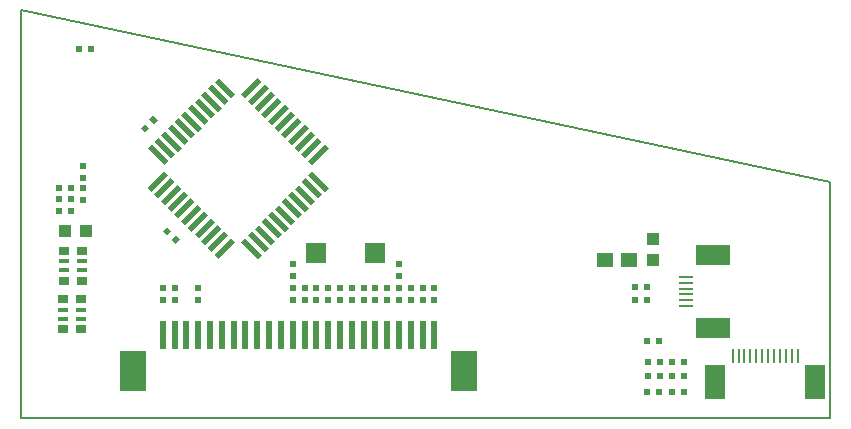
<source format=gbr>
G04 #@! TF.FileFunction,Paste,Top*
%FSLAX46Y46*%
G04 Gerber Fmt 4.6, Leading zero omitted, Abs format (unit mm)*
G04 Created by KiCad (PCBNEW 4.1.0-alpha+201608171232+7063~46~ubuntu14.04.1-product) date Tue Aug 30 16:59:55 2016*
%MOMM*%
%LPD*%
G01*
G04 APERTURE LIST*
%ADD10C,0.600000*%
%ADD11C,0.150000*%
%ADD12R,0.240000X1.290000*%
%ADD13R,1.780000X2.980000*%
%ADD14R,1.680000X1.680000*%
%ADD15R,0.480000X0.530000*%
%ADD16R,0.996000X0.996000*%
%ADD17R,0.530000X0.480000*%
%ADD18R,1.422400X1.168400*%
%ADD19R,0.914400X0.660400*%
%ADD20R,0.914400X0.406400*%
%ADD21R,0.480000X2.380000*%
%ADD22R,2.180000X3.480000*%
%ADD23R,1.290000X0.240000*%
%ADD24R,2.980000X1.780000*%
G04 APERTURE END LIST*
D10*
D11*
X175514000Y-99999800D02*
X175514000Y-80010000D01*
X107010200Y-99999800D02*
X107010200Y-65506600D01*
X175514000Y-80010000D02*
X107010200Y-65506600D01*
X107010200Y-99999800D02*
X175514000Y-99999800D01*
D12*
X167250000Y-94750000D03*
X167750000Y-94750000D03*
X168250000Y-94750000D03*
X168750000Y-94750000D03*
X169250000Y-94750000D03*
X169750000Y-94750000D03*
D13*
X165750000Y-97000000D03*
X174250000Y-97000000D03*
D12*
X170250000Y-94750000D03*
X170750000Y-94750000D03*
X171250000Y-94750000D03*
X171750000Y-94750000D03*
X172250000Y-94750000D03*
X172750000Y-94750000D03*
D14*
X136990000Y-86000000D03*
X132010000Y-86000000D03*
D10*
G36*
X117728147Y-80512184D02*
X119128218Y-79112113D01*
X119467629Y-79451524D01*
X118067558Y-80851595D01*
X117728147Y-80512184D01*
X117728147Y-80512184D01*
G37*
G36*
X118293832Y-81077869D02*
X119693903Y-79677798D01*
X120033314Y-80017209D01*
X118633243Y-81417280D01*
X118293832Y-81077869D01*
X118293832Y-81077869D01*
G37*
G36*
X118859518Y-81643555D02*
X120259589Y-80243484D01*
X120599000Y-80582895D01*
X119198929Y-81982966D01*
X118859518Y-81643555D01*
X118859518Y-81643555D01*
G37*
G36*
X119425203Y-82209240D02*
X120825274Y-80809169D01*
X121164685Y-81148580D01*
X119764614Y-82548651D01*
X119425203Y-82209240D01*
X119425203Y-82209240D01*
G37*
G36*
X119990889Y-82774926D02*
X121390960Y-81374855D01*
X121730371Y-81714266D01*
X120330300Y-83114337D01*
X119990889Y-82774926D01*
X119990889Y-82774926D01*
G37*
G36*
X120556574Y-83340611D02*
X121956645Y-81940540D01*
X122296056Y-82279951D01*
X120895985Y-83680022D01*
X120556574Y-83340611D01*
X120556574Y-83340611D01*
G37*
G36*
X121122259Y-83906296D02*
X122522330Y-82506225D01*
X122861741Y-82845636D01*
X121461670Y-84245707D01*
X121122259Y-83906296D01*
X121122259Y-83906296D01*
G37*
G36*
X121687945Y-84471982D02*
X123088016Y-83071911D01*
X123427427Y-83411322D01*
X122027356Y-84811393D01*
X121687945Y-84471982D01*
X121687945Y-84471982D01*
G37*
G36*
X122253630Y-85037667D02*
X123653701Y-83637596D01*
X123993112Y-83977007D01*
X122593041Y-85377078D01*
X122253630Y-85037667D01*
X122253630Y-85037667D01*
G37*
G36*
X122819316Y-85603353D02*
X124219387Y-84203282D01*
X124558798Y-84542693D01*
X123158727Y-85942764D01*
X122819316Y-85603353D01*
X122819316Y-85603353D01*
G37*
G36*
X123385001Y-86169038D02*
X124785072Y-84768967D01*
X125124483Y-85108378D01*
X123724412Y-86508449D01*
X123385001Y-86169038D01*
X123385001Y-86169038D01*
G37*
G36*
X127047814Y-86508449D02*
X125647743Y-85108378D01*
X125987154Y-84768967D01*
X127387225Y-86169038D01*
X127047814Y-86508449D01*
X127047814Y-86508449D01*
G37*
G36*
X127613499Y-85942764D02*
X126213428Y-84542693D01*
X126552839Y-84203282D01*
X127952910Y-85603353D01*
X127613499Y-85942764D01*
X127613499Y-85942764D01*
G37*
G36*
X128179185Y-85377078D02*
X126779114Y-83977007D01*
X127118525Y-83637596D01*
X128518596Y-85037667D01*
X128179185Y-85377078D01*
X128179185Y-85377078D01*
G37*
G36*
X128744870Y-84811393D02*
X127344799Y-83411322D01*
X127684210Y-83071911D01*
X129084281Y-84471982D01*
X128744870Y-84811393D01*
X128744870Y-84811393D01*
G37*
G36*
X129310556Y-84245707D02*
X127910485Y-82845636D01*
X128249896Y-82506225D01*
X129649967Y-83906296D01*
X129310556Y-84245707D01*
X129310556Y-84245707D01*
G37*
G36*
X129876241Y-83680022D02*
X128476170Y-82279951D01*
X128815581Y-81940540D01*
X130215652Y-83340611D01*
X129876241Y-83680022D01*
X129876241Y-83680022D01*
G37*
G36*
X130441926Y-83114337D02*
X129041855Y-81714266D01*
X129381266Y-81374855D01*
X130781337Y-82774926D01*
X130441926Y-83114337D01*
X130441926Y-83114337D01*
G37*
G36*
X131007612Y-82548651D02*
X129607541Y-81148580D01*
X129946952Y-80809169D01*
X131347023Y-82209240D01*
X131007612Y-82548651D01*
X131007612Y-82548651D01*
G37*
G36*
X131573297Y-81982966D02*
X130173226Y-80582895D01*
X130512637Y-80243484D01*
X131912708Y-81643555D01*
X131573297Y-81982966D01*
X131573297Y-81982966D01*
G37*
G36*
X132138983Y-81417280D02*
X130738912Y-80017209D01*
X131078323Y-79677798D01*
X132478394Y-81077869D01*
X132138983Y-81417280D01*
X132138983Y-81417280D01*
G37*
G36*
X132704668Y-80851595D02*
X131304597Y-79451524D01*
X131644008Y-79112113D01*
X133044079Y-80512184D01*
X132704668Y-80851595D01*
X132704668Y-80851595D01*
G37*
G36*
X131304597Y-78249442D02*
X132704668Y-76849371D01*
X133044079Y-77188782D01*
X131644008Y-78588853D01*
X131304597Y-78249442D01*
X131304597Y-78249442D01*
G37*
G36*
X130738912Y-77683757D02*
X132138983Y-76283686D01*
X132478394Y-76623097D01*
X131078323Y-78023168D01*
X130738912Y-77683757D01*
X130738912Y-77683757D01*
G37*
G36*
X130173226Y-77118071D02*
X131573297Y-75718000D01*
X131912708Y-76057411D01*
X130512637Y-77457482D01*
X130173226Y-77118071D01*
X130173226Y-77118071D01*
G37*
G36*
X129607541Y-76552386D02*
X131007612Y-75152315D01*
X131347023Y-75491726D01*
X129946952Y-76891797D01*
X129607541Y-76552386D01*
X129607541Y-76552386D01*
G37*
G36*
X129041855Y-75986700D02*
X130441926Y-74586629D01*
X130781337Y-74926040D01*
X129381266Y-76326111D01*
X129041855Y-75986700D01*
X129041855Y-75986700D01*
G37*
G36*
X128476170Y-75421015D02*
X129876241Y-74020944D01*
X130215652Y-74360355D01*
X128815581Y-75760426D01*
X128476170Y-75421015D01*
X128476170Y-75421015D01*
G37*
G36*
X127910485Y-74855330D02*
X129310556Y-73455259D01*
X129649967Y-73794670D01*
X128249896Y-75194741D01*
X127910485Y-74855330D01*
X127910485Y-74855330D01*
G37*
G36*
X127344799Y-74289644D02*
X128744870Y-72889573D01*
X129084281Y-73228984D01*
X127684210Y-74629055D01*
X127344799Y-74289644D01*
X127344799Y-74289644D01*
G37*
G36*
X126779114Y-73723959D02*
X128179185Y-72323888D01*
X128518596Y-72663299D01*
X127118525Y-74063370D01*
X126779114Y-73723959D01*
X126779114Y-73723959D01*
G37*
G36*
X126213428Y-73158273D02*
X127613499Y-71758202D01*
X127952910Y-72097613D01*
X126552839Y-73497684D01*
X126213428Y-73158273D01*
X126213428Y-73158273D01*
G37*
G36*
X125647743Y-72592588D02*
X127047814Y-71192517D01*
X127387225Y-71531928D01*
X125987154Y-72931999D01*
X125647743Y-72592588D01*
X125647743Y-72592588D01*
G37*
G36*
X124785072Y-72931999D02*
X123385001Y-71531928D01*
X123724412Y-71192517D01*
X125124483Y-72592588D01*
X124785072Y-72931999D01*
X124785072Y-72931999D01*
G37*
G36*
X124219387Y-73497684D02*
X122819316Y-72097613D01*
X123158727Y-71758202D01*
X124558798Y-73158273D01*
X124219387Y-73497684D01*
X124219387Y-73497684D01*
G37*
G36*
X123653701Y-74063370D02*
X122253630Y-72663299D01*
X122593041Y-72323888D01*
X123993112Y-73723959D01*
X123653701Y-74063370D01*
X123653701Y-74063370D01*
G37*
G36*
X123088016Y-74629055D02*
X121687945Y-73228984D01*
X122027356Y-72889573D01*
X123427427Y-74289644D01*
X123088016Y-74629055D01*
X123088016Y-74629055D01*
G37*
G36*
X122522330Y-75194741D02*
X121122259Y-73794670D01*
X121461670Y-73455259D01*
X122861741Y-74855330D01*
X122522330Y-75194741D01*
X122522330Y-75194741D01*
G37*
G36*
X121956645Y-75760426D02*
X120556574Y-74360355D01*
X120895985Y-74020944D01*
X122296056Y-75421015D01*
X121956645Y-75760426D01*
X121956645Y-75760426D01*
G37*
G36*
X121390960Y-76326111D02*
X119990889Y-74926040D01*
X120330300Y-74586629D01*
X121730371Y-75986700D01*
X121390960Y-76326111D01*
X121390960Y-76326111D01*
G37*
G36*
X120825274Y-76891797D02*
X119425203Y-75491726D01*
X119764614Y-75152315D01*
X121164685Y-76552386D01*
X120825274Y-76891797D01*
X120825274Y-76891797D01*
G37*
G36*
X120259589Y-77457482D02*
X118859518Y-76057411D01*
X119198929Y-75718000D01*
X120599000Y-77118071D01*
X120259589Y-77457482D01*
X120259589Y-77457482D01*
G37*
G36*
X119693903Y-78023168D02*
X118293832Y-76623097D01*
X118633243Y-76283686D01*
X120033314Y-77683757D01*
X119693903Y-78023168D01*
X119693903Y-78023168D01*
G37*
G36*
X119128218Y-78588853D02*
X117728147Y-77188782D01*
X118067558Y-76849371D01*
X119467629Y-78249442D01*
X119128218Y-78588853D01*
X119128218Y-78588853D01*
G37*
D15*
X110172500Y-82486500D03*
X111188500Y-82486500D03*
X110172500Y-81496000D03*
X111188500Y-81496000D03*
X110172500Y-80518000D03*
X111188500Y-80518000D03*
D10*
G36*
X119737089Y-84159322D02*
X119362322Y-84534089D01*
X119022911Y-84194678D01*
X119397678Y-83819911D01*
X119737089Y-84159322D01*
X119737089Y-84159322D01*
G37*
G36*
X119741331Y-84913098D02*
X120116098Y-84538331D01*
X120455509Y-84877742D01*
X120080742Y-85252509D01*
X119741331Y-84913098D01*
X119741331Y-84913098D01*
G37*
D15*
X112894000Y-68796000D03*
X111878000Y-68796000D03*
D16*
X160495000Y-84836000D03*
X160495000Y-86614000D03*
X112522000Y-84201000D03*
X110744000Y-84201000D03*
D10*
G36*
X118232888Y-75094379D02*
X117858121Y-74719612D01*
X118197532Y-74380201D01*
X118572299Y-74754968D01*
X118232888Y-75094379D01*
X118232888Y-75094379D01*
G37*
G36*
X117479112Y-75098621D02*
X117853879Y-75473388D01*
X117514468Y-75812799D01*
X117139701Y-75438032D01*
X117479112Y-75098621D01*
X117479112Y-75098621D01*
G37*
D15*
X161139200Y-96453200D03*
X160123200Y-96453200D03*
D17*
X142000000Y-90008000D03*
X142000000Y-88992000D03*
X120000000Y-90008000D03*
X120000000Y-88992000D03*
X122000000Y-90000000D03*
X122000000Y-88984000D03*
X130000000Y-90008000D03*
X130000000Y-88992000D03*
X131000000Y-90008000D03*
X131000000Y-88992000D03*
X132000000Y-90000000D03*
X132000000Y-88984000D03*
X133000000Y-90008000D03*
X133000000Y-88992000D03*
X134000000Y-90008000D03*
X134000000Y-88992000D03*
X135000000Y-90000000D03*
X135000000Y-88984000D03*
X136000000Y-90008000D03*
X136000000Y-88992000D03*
X137000000Y-90016000D03*
X137000000Y-89000000D03*
X138000000Y-90000000D03*
X138000000Y-88984000D03*
X139000000Y-90000000D03*
X139000000Y-88984000D03*
X140000000Y-90016000D03*
X140000000Y-89000000D03*
X141000000Y-90008000D03*
X141000000Y-88992000D03*
X119000000Y-90008000D03*
X119000000Y-88992000D03*
X139000000Y-87000000D03*
X139000000Y-88016000D03*
X130000000Y-87000000D03*
X130000000Y-88016000D03*
D18*
X158463000Y-86614000D03*
X156431000Y-86614000D03*
D17*
X112242500Y-78638400D03*
X112242500Y-79654400D03*
D15*
X159957000Y-90000000D03*
X158941000Y-90000000D03*
X159957000Y-88924900D03*
X158941000Y-88924900D03*
X161037600Y-97824800D03*
X160021600Y-97824800D03*
X162095000Y-96440500D03*
X163111000Y-96440500D03*
X163111000Y-97837500D03*
X162095000Y-97837500D03*
X161139200Y-95234000D03*
X160123200Y-95234000D03*
D17*
X112262000Y-80496000D03*
X112262000Y-81512000D03*
D15*
X163104400Y-95246700D03*
X162088400Y-95246700D03*
X159992000Y-93500000D03*
X161008000Y-93500000D03*
D19*
X112115600Y-89966800D03*
X110591600Y-89966800D03*
X112115600Y-92506800D03*
X110591600Y-92506800D03*
D20*
X112115600Y-90855800D03*
X112115600Y-91617800D03*
X110591600Y-90855800D03*
X110591600Y-91617800D03*
D19*
X112141000Y-85852000D03*
X110617000Y-85852000D03*
X112141000Y-88392000D03*
X110617000Y-88392000D03*
D20*
X112141000Y-86741000D03*
X112141000Y-87503000D03*
X110617000Y-86741000D03*
X110617000Y-87503000D03*
D21*
X142000000Y-93000000D03*
X141000000Y-93000000D03*
X140000000Y-93000000D03*
X139000000Y-93000000D03*
X138000000Y-93000000D03*
X137000000Y-93000000D03*
X136000000Y-93000000D03*
X135000000Y-93000000D03*
X134000000Y-93000000D03*
X133000000Y-93000000D03*
X132000000Y-93000000D03*
X131000000Y-93000000D03*
X130000000Y-93000000D03*
X129000000Y-93000000D03*
X128000000Y-93000000D03*
X127000000Y-93000000D03*
X126000000Y-93000000D03*
X125000000Y-93000000D03*
X124000000Y-93000000D03*
X123000000Y-93000000D03*
X122000000Y-93000000D03*
X121000000Y-93000000D03*
X120000000Y-93000000D03*
X119000000Y-93000000D03*
D22*
X116500000Y-96000000D03*
X144500000Y-96000000D03*
D23*
X163299000Y-90551000D03*
X163299000Y-90051000D03*
X163299000Y-89551000D03*
X163299000Y-89051000D03*
X163299000Y-88551000D03*
X163299000Y-88051000D03*
D24*
X165549000Y-92401000D03*
X165549000Y-86201000D03*
M02*

</source>
